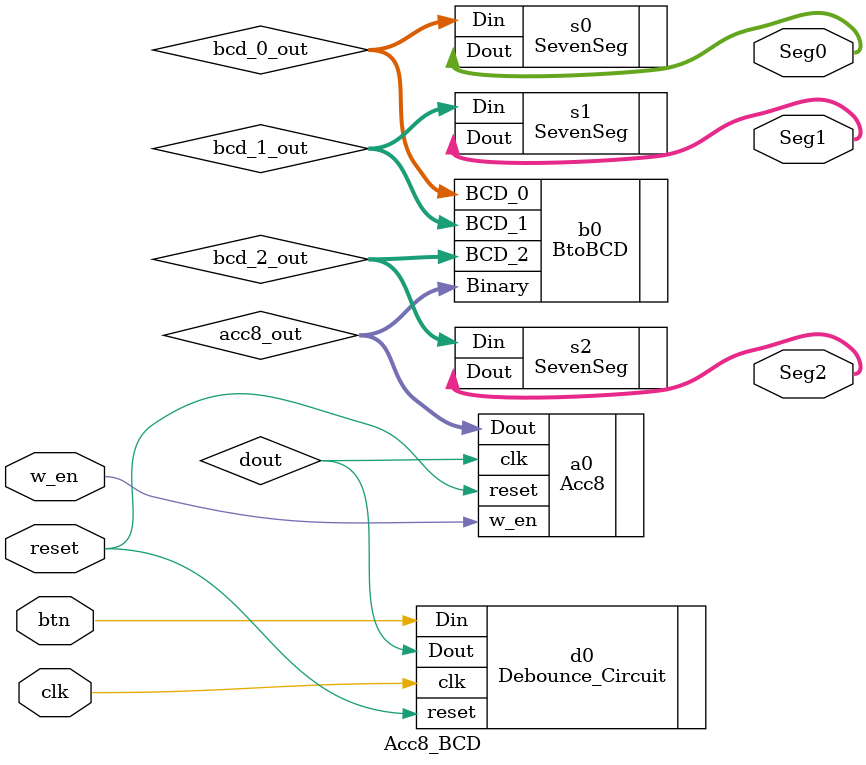
<source format=v>
module Acc8_BCD(Seg0, Seg1, Seg2, btn, w_en, clk, reset);
output [6:0] Seg0, Seg1, Seg2;
input btn, w_en, clk, reset;

wire dout;
wire [7:0] acc8_out;
wire [3:0] bcd_0_out, bcd_1_out, bcd_2_out;

Debounce_Circuit d0(.Dout(dout), .Din(btn), .clk(clk), .reset(reset));
Acc8 a0(.Dout(acc8_out), .w_en(w_en), .clk(dout), .reset(reset));
BtoBCD b0(.BCD_0(bcd_0_out), .BCD_1(bcd_1_out), .BCD_2(bcd_2_out), .Binary(acc8_out));
SevenSeg s0(.Din(bcd_0_out), .Dout(Seg0));
SevenSeg s1(.Din(bcd_1_out), .Dout(Seg1));
SevenSeg s2(.Din(bcd_2_out), .Dout(Seg2));

endmodule
</source>
